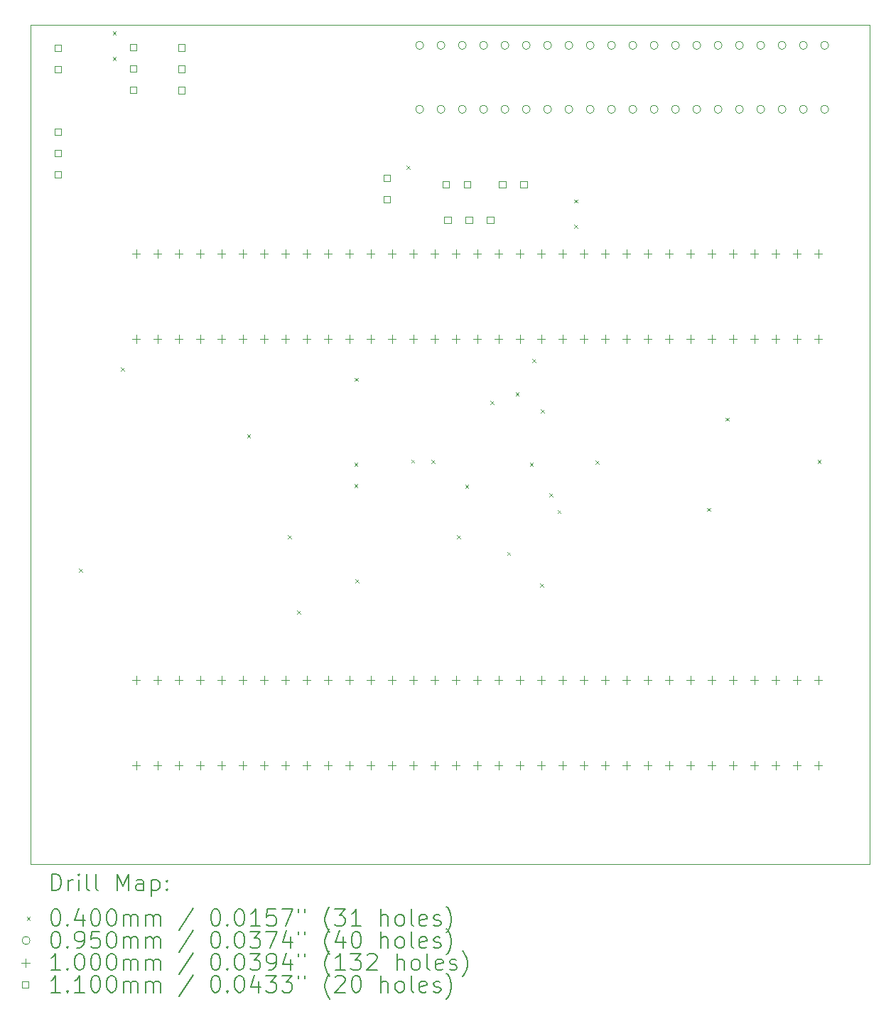
<source format=gbr>
%FSLAX45Y45*%
G04 Gerber Fmt 4.5, Leading zero omitted, Abs format (unit mm)*
G04 Created by KiCad (PCBNEW (6.0.2)) date 2022-04-17 21:24:12*
%MOMM*%
%LPD*%
G01*
G04 APERTURE LIST*
%TA.AperFunction,Profile*%
%ADD10C,0.100000*%
%TD*%
%ADD11C,0.200000*%
%ADD12C,0.040000*%
%ADD13C,0.095000*%
%ADD14C,0.100000*%
%ADD15C,0.110000*%
G04 APERTURE END LIST*
D10*
X18000000Y-5000000D02*
X18000000Y-15000000D01*
X8000000Y-5000000D02*
X18000000Y-5000000D01*
X8000000Y-15000000D02*
X8000000Y-5000000D01*
X18000000Y-15000000D02*
X8000000Y-15000000D01*
D11*
D12*
X8580000Y-11480000D02*
X8620000Y-11520000D01*
X8620000Y-11480000D02*
X8580000Y-11520000D01*
X8980000Y-5080000D02*
X9020000Y-5120000D01*
X9020000Y-5080000D02*
X8980000Y-5120000D01*
X8980000Y-5380000D02*
X9020000Y-5420000D01*
X9020000Y-5380000D02*
X8980000Y-5420000D01*
X9080000Y-9080000D02*
X9120000Y-9120000D01*
X9120000Y-9080000D02*
X9080000Y-9120000D01*
X10580000Y-9880000D02*
X10620000Y-9920000D01*
X10620000Y-9880000D02*
X10580000Y-9920000D01*
X11066000Y-11080000D02*
X11106000Y-11120000D01*
X11106000Y-11080000D02*
X11066000Y-11120000D01*
X11180000Y-11980000D02*
X11220000Y-12020000D01*
X11220000Y-11980000D02*
X11180000Y-12020000D01*
X11858800Y-10216500D02*
X11898800Y-10256500D01*
X11898800Y-10216500D02*
X11858800Y-10256500D01*
X11858800Y-10470500D02*
X11898800Y-10510500D01*
X11898800Y-10470500D02*
X11858800Y-10510500D01*
X11866000Y-9205000D02*
X11906000Y-9245000D01*
X11906000Y-9205000D02*
X11866000Y-9245000D01*
X11869000Y-11605000D02*
X11909000Y-11645000D01*
X11909000Y-11605000D02*
X11869000Y-11645000D01*
X12480000Y-6680000D02*
X12520000Y-6720000D01*
X12520000Y-6680000D02*
X12480000Y-6720000D01*
X12537336Y-10178732D02*
X12577336Y-10218732D01*
X12577336Y-10178732D02*
X12537336Y-10218732D01*
X12780000Y-10180000D02*
X12820000Y-10220000D01*
X12820000Y-10180000D02*
X12780000Y-10220000D01*
X13080000Y-11080000D02*
X13120000Y-11120000D01*
X13120000Y-11080000D02*
X13080000Y-11120000D01*
X13180000Y-10480000D02*
X13220000Y-10520000D01*
X13220000Y-10480000D02*
X13180000Y-10520000D01*
X13480000Y-9480000D02*
X13520000Y-9520000D01*
X13520000Y-9480000D02*
X13480000Y-9520000D01*
X13680000Y-11280000D02*
X13720000Y-11320000D01*
X13720000Y-11280000D02*
X13680000Y-11320000D01*
X13780000Y-9380000D02*
X13820000Y-9420000D01*
X13820000Y-9380000D02*
X13780000Y-9420000D01*
X13951200Y-10214500D02*
X13991200Y-10254500D01*
X13991200Y-10214500D02*
X13951200Y-10254500D01*
X13980000Y-8980000D02*
X14020000Y-9020000D01*
X14020000Y-8980000D02*
X13980000Y-9020000D01*
X14075000Y-11655000D02*
X14115000Y-11695000D01*
X14115000Y-11655000D02*
X14075000Y-11695000D01*
X14080000Y-9580000D02*
X14120000Y-9620000D01*
X14120000Y-9580000D02*
X14080000Y-9620000D01*
X14180000Y-10580000D02*
X14220000Y-10620000D01*
X14220000Y-10580000D02*
X14180000Y-10620000D01*
X14280000Y-10780000D02*
X14320000Y-10820000D01*
X14320000Y-10780000D02*
X14280000Y-10820000D01*
X14480000Y-7080000D02*
X14520000Y-7120000D01*
X14520000Y-7080000D02*
X14480000Y-7120000D01*
X14480000Y-7380000D02*
X14520000Y-7420000D01*
X14520000Y-7380000D02*
X14480000Y-7420000D01*
X14733800Y-10189500D02*
X14773800Y-10229500D01*
X14773800Y-10189500D02*
X14733800Y-10229500D01*
X16060000Y-10755000D02*
X16100000Y-10795000D01*
X16100000Y-10755000D02*
X16060000Y-10795000D01*
X16280000Y-9680000D02*
X16320000Y-9720000D01*
X16320000Y-9680000D02*
X16280000Y-9720000D01*
X17380000Y-10180000D02*
X17420000Y-10220000D01*
X17420000Y-10180000D02*
X17380000Y-10220000D01*
D13*
X12684500Y-5244000D02*
G75*
G03*
X12684500Y-5244000I-47500J0D01*
G01*
X12684500Y-6006000D02*
G75*
G03*
X12684500Y-6006000I-47500J0D01*
G01*
X12938500Y-5244000D02*
G75*
G03*
X12938500Y-5244000I-47500J0D01*
G01*
X12938500Y-6006000D02*
G75*
G03*
X12938500Y-6006000I-47500J0D01*
G01*
X13192500Y-5244000D02*
G75*
G03*
X13192500Y-5244000I-47500J0D01*
G01*
X13192500Y-6006000D02*
G75*
G03*
X13192500Y-6006000I-47500J0D01*
G01*
X13446500Y-5244000D02*
G75*
G03*
X13446500Y-5244000I-47500J0D01*
G01*
X13446500Y-6006000D02*
G75*
G03*
X13446500Y-6006000I-47500J0D01*
G01*
X13700500Y-5244000D02*
G75*
G03*
X13700500Y-5244000I-47500J0D01*
G01*
X13700500Y-6006000D02*
G75*
G03*
X13700500Y-6006000I-47500J0D01*
G01*
X13954500Y-5244000D02*
G75*
G03*
X13954500Y-5244000I-47500J0D01*
G01*
X13954500Y-6006000D02*
G75*
G03*
X13954500Y-6006000I-47500J0D01*
G01*
X14208500Y-5244000D02*
G75*
G03*
X14208500Y-5244000I-47500J0D01*
G01*
X14208500Y-6006000D02*
G75*
G03*
X14208500Y-6006000I-47500J0D01*
G01*
X14462500Y-5244000D02*
G75*
G03*
X14462500Y-5244000I-47500J0D01*
G01*
X14462500Y-6006000D02*
G75*
G03*
X14462500Y-6006000I-47500J0D01*
G01*
X14716500Y-5244000D02*
G75*
G03*
X14716500Y-5244000I-47500J0D01*
G01*
X14716500Y-6006000D02*
G75*
G03*
X14716500Y-6006000I-47500J0D01*
G01*
X14970500Y-5244000D02*
G75*
G03*
X14970500Y-5244000I-47500J0D01*
G01*
X14970500Y-6006000D02*
G75*
G03*
X14970500Y-6006000I-47500J0D01*
G01*
X15224500Y-5244000D02*
G75*
G03*
X15224500Y-5244000I-47500J0D01*
G01*
X15224500Y-6006000D02*
G75*
G03*
X15224500Y-6006000I-47500J0D01*
G01*
X15478500Y-5244000D02*
G75*
G03*
X15478500Y-5244000I-47500J0D01*
G01*
X15478500Y-6006000D02*
G75*
G03*
X15478500Y-6006000I-47500J0D01*
G01*
X15732500Y-5244000D02*
G75*
G03*
X15732500Y-5244000I-47500J0D01*
G01*
X15732500Y-6006000D02*
G75*
G03*
X15732500Y-6006000I-47500J0D01*
G01*
X15986500Y-5244000D02*
G75*
G03*
X15986500Y-5244000I-47500J0D01*
G01*
X15986500Y-6006000D02*
G75*
G03*
X15986500Y-6006000I-47500J0D01*
G01*
X16240500Y-5244000D02*
G75*
G03*
X16240500Y-5244000I-47500J0D01*
G01*
X16240500Y-6006000D02*
G75*
G03*
X16240500Y-6006000I-47500J0D01*
G01*
X16494500Y-5244000D02*
G75*
G03*
X16494500Y-5244000I-47500J0D01*
G01*
X16494500Y-6006000D02*
G75*
G03*
X16494500Y-6006000I-47500J0D01*
G01*
X16748500Y-5244000D02*
G75*
G03*
X16748500Y-5244000I-47500J0D01*
G01*
X16748500Y-6006000D02*
G75*
G03*
X16748500Y-6006000I-47500J0D01*
G01*
X17002500Y-5244000D02*
G75*
G03*
X17002500Y-5244000I-47500J0D01*
G01*
X17002500Y-6006000D02*
G75*
G03*
X17002500Y-6006000I-47500J0D01*
G01*
X17256500Y-5244000D02*
G75*
G03*
X17256500Y-5244000I-47500J0D01*
G01*
X17256500Y-6006000D02*
G75*
G03*
X17256500Y-6006000I-47500J0D01*
G01*
X17510500Y-5244000D02*
G75*
G03*
X17510500Y-5244000I-47500J0D01*
G01*
X17510500Y-6006000D02*
G75*
G03*
X17510500Y-6006000I-47500J0D01*
G01*
D14*
X9259000Y-7678000D02*
X9259000Y-7778000D01*
X9209000Y-7728000D02*
X9309000Y-7728000D01*
X9259000Y-8694000D02*
X9259000Y-8794000D01*
X9209000Y-8744000D02*
X9309000Y-8744000D01*
X9259000Y-12758000D02*
X9259000Y-12858000D01*
X9209000Y-12808000D02*
X9309000Y-12808000D01*
X9259000Y-13774000D02*
X9259000Y-13874000D01*
X9209000Y-13824000D02*
X9309000Y-13824000D01*
X9513000Y-7678000D02*
X9513000Y-7778000D01*
X9463000Y-7728000D02*
X9563000Y-7728000D01*
X9513000Y-8694000D02*
X9513000Y-8794000D01*
X9463000Y-8744000D02*
X9563000Y-8744000D01*
X9513000Y-12758000D02*
X9513000Y-12858000D01*
X9463000Y-12808000D02*
X9563000Y-12808000D01*
X9513000Y-13774000D02*
X9513000Y-13874000D01*
X9463000Y-13824000D02*
X9563000Y-13824000D01*
X9767000Y-7678000D02*
X9767000Y-7778000D01*
X9717000Y-7728000D02*
X9817000Y-7728000D01*
X9767000Y-8694000D02*
X9767000Y-8794000D01*
X9717000Y-8744000D02*
X9817000Y-8744000D01*
X9767000Y-12758000D02*
X9767000Y-12858000D01*
X9717000Y-12808000D02*
X9817000Y-12808000D01*
X9767000Y-13774000D02*
X9767000Y-13874000D01*
X9717000Y-13824000D02*
X9817000Y-13824000D01*
X10021000Y-7678000D02*
X10021000Y-7778000D01*
X9971000Y-7728000D02*
X10071000Y-7728000D01*
X10021000Y-8694000D02*
X10021000Y-8794000D01*
X9971000Y-8744000D02*
X10071000Y-8744000D01*
X10021000Y-12758000D02*
X10021000Y-12858000D01*
X9971000Y-12808000D02*
X10071000Y-12808000D01*
X10021000Y-13774000D02*
X10021000Y-13874000D01*
X9971000Y-13824000D02*
X10071000Y-13824000D01*
X10275000Y-7678000D02*
X10275000Y-7778000D01*
X10225000Y-7728000D02*
X10325000Y-7728000D01*
X10275000Y-8694000D02*
X10275000Y-8794000D01*
X10225000Y-8744000D02*
X10325000Y-8744000D01*
X10275000Y-12758000D02*
X10275000Y-12858000D01*
X10225000Y-12808000D02*
X10325000Y-12808000D01*
X10275000Y-13774000D02*
X10275000Y-13874000D01*
X10225000Y-13824000D02*
X10325000Y-13824000D01*
X10529000Y-7678000D02*
X10529000Y-7778000D01*
X10479000Y-7728000D02*
X10579000Y-7728000D01*
X10529000Y-8694000D02*
X10529000Y-8794000D01*
X10479000Y-8744000D02*
X10579000Y-8744000D01*
X10529000Y-12758000D02*
X10529000Y-12858000D01*
X10479000Y-12808000D02*
X10579000Y-12808000D01*
X10529000Y-13774000D02*
X10529000Y-13874000D01*
X10479000Y-13824000D02*
X10579000Y-13824000D01*
X10783000Y-7678000D02*
X10783000Y-7778000D01*
X10733000Y-7728000D02*
X10833000Y-7728000D01*
X10783000Y-8694000D02*
X10783000Y-8794000D01*
X10733000Y-8744000D02*
X10833000Y-8744000D01*
X10783000Y-12758000D02*
X10783000Y-12858000D01*
X10733000Y-12808000D02*
X10833000Y-12808000D01*
X10783000Y-13774000D02*
X10783000Y-13874000D01*
X10733000Y-13824000D02*
X10833000Y-13824000D01*
X11037000Y-7678000D02*
X11037000Y-7778000D01*
X10987000Y-7728000D02*
X11087000Y-7728000D01*
X11037000Y-8694000D02*
X11037000Y-8794000D01*
X10987000Y-8744000D02*
X11087000Y-8744000D01*
X11037000Y-12758000D02*
X11037000Y-12858000D01*
X10987000Y-12808000D02*
X11087000Y-12808000D01*
X11037000Y-13774000D02*
X11037000Y-13874000D01*
X10987000Y-13824000D02*
X11087000Y-13824000D01*
X11291000Y-7678000D02*
X11291000Y-7778000D01*
X11241000Y-7728000D02*
X11341000Y-7728000D01*
X11291000Y-8694000D02*
X11291000Y-8794000D01*
X11241000Y-8744000D02*
X11341000Y-8744000D01*
X11291000Y-12758000D02*
X11291000Y-12858000D01*
X11241000Y-12808000D02*
X11341000Y-12808000D01*
X11291000Y-13774000D02*
X11291000Y-13874000D01*
X11241000Y-13824000D02*
X11341000Y-13824000D01*
X11545000Y-7678000D02*
X11545000Y-7778000D01*
X11495000Y-7728000D02*
X11595000Y-7728000D01*
X11545000Y-8694000D02*
X11545000Y-8794000D01*
X11495000Y-8744000D02*
X11595000Y-8744000D01*
X11545000Y-12758000D02*
X11545000Y-12858000D01*
X11495000Y-12808000D02*
X11595000Y-12808000D01*
X11545000Y-13774000D02*
X11545000Y-13874000D01*
X11495000Y-13824000D02*
X11595000Y-13824000D01*
X11799000Y-7678000D02*
X11799000Y-7778000D01*
X11749000Y-7728000D02*
X11849000Y-7728000D01*
X11799000Y-8694000D02*
X11799000Y-8794000D01*
X11749000Y-8744000D02*
X11849000Y-8744000D01*
X11799000Y-12758000D02*
X11799000Y-12858000D01*
X11749000Y-12808000D02*
X11849000Y-12808000D01*
X11799000Y-13774000D02*
X11799000Y-13874000D01*
X11749000Y-13824000D02*
X11849000Y-13824000D01*
X12053000Y-7678000D02*
X12053000Y-7778000D01*
X12003000Y-7728000D02*
X12103000Y-7728000D01*
X12053000Y-8694000D02*
X12053000Y-8794000D01*
X12003000Y-8744000D02*
X12103000Y-8744000D01*
X12053000Y-12758000D02*
X12053000Y-12858000D01*
X12003000Y-12808000D02*
X12103000Y-12808000D01*
X12053000Y-13774000D02*
X12053000Y-13874000D01*
X12003000Y-13824000D02*
X12103000Y-13824000D01*
X12307000Y-7678000D02*
X12307000Y-7778000D01*
X12257000Y-7728000D02*
X12357000Y-7728000D01*
X12307000Y-8694000D02*
X12307000Y-8794000D01*
X12257000Y-8744000D02*
X12357000Y-8744000D01*
X12307000Y-12758000D02*
X12307000Y-12858000D01*
X12257000Y-12808000D02*
X12357000Y-12808000D01*
X12307000Y-13774000D02*
X12307000Y-13874000D01*
X12257000Y-13824000D02*
X12357000Y-13824000D01*
X12561000Y-7678000D02*
X12561000Y-7778000D01*
X12511000Y-7728000D02*
X12611000Y-7728000D01*
X12561000Y-8694000D02*
X12561000Y-8794000D01*
X12511000Y-8744000D02*
X12611000Y-8744000D01*
X12561000Y-12758000D02*
X12561000Y-12858000D01*
X12511000Y-12808000D02*
X12611000Y-12808000D01*
X12561000Y-13774000D02*
X12561000Y-13874000D01*
X12511000Y-13824000D02*
X12611000Y-13824000D01*
X12815000Y-7678000D02*
X12815000Y-7778000D01*
X12765000Y-7728000D02*
X12865000Y-7728000D01*
X12815000Y-8694000D02*
X12815000Y-8794000D01*
X12765000Y-8744000D02*
X12865000Y-8744000D01*
X12815000Y-12758000D02*
X12815000Y-12858000D01*
X12765000Y-12808000D02*
X12865000Y-12808000D01*
X12815000Y-13774000D02*
X12815000Y-13874000D01*
X12765000Y-13824000D02*
X12865000Y-13824000D01*
X13069000Y-7678000D02*
X13069000Y-7778000D01*
X13019000Y-7728000D02*
X13119000Y-7728000D01*
X13069000Y-8694000D02*
X13069000Y-8794000D01*
X13019000Y-8744000D02*
X13119000Y-8744000D01*
X13069000Y-12758000D02*
X13069000Y-12858000D01*
X13019000Y-12808000D02*
X13119000Y-12808000D01*
X13069000Y-13774000D02*
X13069000Y-13874000D01*
X13019000Y-13824000D02*
X13119000Y-13824000D01*
X13323000Y-7678000D02*
X13323000Y-7778000D01*
X13273000Y-7728000D02*
X13373000Y-7728000D01*
X13323000Y-8694000D02*
X13323000Y-8794000D01*
X13273000Y-8744000D02*
X13373000Y-8744000D01*
X13323000Y-12758000D02*
X13323000Y-12858000D01*
X13273000Y-12808000D02*
X13373000Y-12808000D01*
X13323000Y-13774000D02*
X13323000Y-13874000D01*
X13273000Y-13824000D02*
X13373000Y-13824000D01*
X13577000Y-7678000D02*
X13577000Y-7778000D01*
X13527000Y-7728000D02*
X13627000Y-7728000D01*
X13577000Y-8694000D02*
X13577000Y-8794000D01*
X13527000Y-8744000D02*
X13627000Y-8744000D01*
X13577000Y-12758000D02*
X13577000Y-12858000D01*
X13527000Y-12808000D02*
X13627000Y-12808000D01*
X13577000Y-13774000D02*
X13577000Y-13874000D01*
X13527000Y-13824000D02*
X13627000Y-13824000D01*
X13831000Y-7678000D02*
X13831000Y-7778000D01*
X13781000Y-7728000D02*
X13881000Y-7728000D01*
X13831000Y-8694000D02*
X13831000Y-8794000D01*
X13781000Y-8744000D02*
X13881000Y-8744000D01*
X13831000Y-12758000D02*
X13831000Y-12858000D01*
X13781000Y-12808000D02*
X13881000Y-12808000D01*
X13831000Y-13774000D02*
X13831000Y-13874000D01*
X13781000Y-13824000D02*
X13881000Y-13824000D01*
X14085000Y-7678000D02*
X14085000Y-7778000D01*
X14035000Y-7728000D02*
X14135000Y-7728000D01*
X14085000Y-8694000D02*
X14085000Y-8794000D01*
X14035000Y-8744000D02*
X14135000Y-8744000D01*
X14085000Y-12758000D02*
X14085000Y-12858000D01*
X14035000Y-12808000D02*
X14135000Y-12808000D01*
X14085000Y-13774000D02*
X14085000Y-13874000D01*
X14035000Y-13824000D02*
X14135000Y-13824000D01*
X14339000Y-7678000D02*
X14339000Y-7778000D01*
X14289000Y-7728000D02*
X14389000Y-7728000D01*
X14339000Y-8694000D02*
X14339000Y-8794000D01*
X14289000Y-8744000D02*
X14389000Y-8744000D01*
X14339000Y-12758000D02*
X14339000Y-12858000D01*
X14289000Y-12808000D02*
X14389000Y-12808000D01*
X14339000Y-13774000D02*
X14339000Y-13874000D01*
X14289000Y-13824000D02*
X14389000Y-13824000D01*
X14593000Y-7678000D02*
X14593000Y-7778000D01*
X14543000Y-7728000D02*
X14643000Y-7728000D01*
X14593000Y-8694000D02*
X14593000Y-8794000D01*
X14543000Y-8744000D02*
X14643000Y-8744000D01*
X14593000Y-12758000D02*
X14593000Y-12858000D01*
X14543000Y-12808000D02*
X14643000Y-12808000D01*
X14593000Y-13774000D02*
X14593000Y-13874000D01*
X14543000Y-13824000D02*
X14643000Y-13824000D01*
X14847000Y-7678000D02*
X14847000Y-7778000D01*
X14797000Y-7728000D02*
X14897000Y-7728000D01*
X14847000Y-8694000D02*
X14847000Y-8794000D01*
X14797000Y-8744000D02*
X14897000Y-8744000D01*
X14847000Y-12758000D02*
X14847000Y-12858000D01*
X14797000Y-12808000D02*
X14897000Y-12808000D01*
X14847000Y-13774000D02*
X14847000Y-13874000D01*
X14797000Y-13824000D02*
X14897000Y-13824000D01*
X15101000Y-7678000D02*
X15101000Y-7778000D01*
X15051000Y-7728000D02*
X15151000Y-7728000D01*
X15101000Y-8694000D02*
X15101000Y-8794000D01*
X15051000Y-8744000D02*
X15151000Y-8744000D01*
X15101000Y-12758000D02*
X15101000Y-12858000D01*
X15051000Y-12808000D02*
X15151000Y-12808000D01*
X15101000Y-13774000D02*
X15101000Y-13874000D01*
X15051000Y-13824000D02*
X15151000Y-13824000D01*
X15355000Y-7678000D02*
X15355000Y-7778000D01*
X15305000Y-7728000D02*
X15405000Y-7728000D01*
X15355000Y-8694000D02*
X15355000Y-8794000D01*
X15305000Y-8744000D02*
X15405000Y-8744000D01*
X15355000Y-12758000D02*
X15355000Y-12858000D01*
X15305000Y-12808000D02*
X15405000Y-12808000D01*
X15355000Y-13774000D02*
X15355000Y-13874000D01*
X15305000Y-13824000D02*
X15405000Y-13824000D01*
X15609000Y-7678000D02*
X15609000Y-7778000D01*
X15559000Y-7728000D02*
X15659000Y-7728000D01*
X15609000Y-8694000D02*
X15609000Y-8794000D01*
X15559000Y-8744000D02*
X15659000Y-8744000D01*
X15609000Y-12758000D02*
X15609000Y-12858000D01*
X15559000Y-12808000D02*
X15659000Y-12808000D01*
X15609000Y-13774000D02*
X15609000Y-13874000D01*
X15559000Y-13824000D02*
X15659000Y-13824000D01*
X15863000Y-7678000D02*
X15863000Y-7778000D01*
X15813000Y-7728000D02*
X15913000Y-7728000D01*
X15863000Y-8694000D02*
X15863000Y-8794000D01*
X15813000Y-8744000D02*
X15913000Y-8744000D01*
X15863000Y-12758000D02*
X15863000Y-12858000D01*
X15813000Y-12808000D02*
X15913000Y-12808000D01*
X15863000Y-13774000D02*
X15863000Y-13874000D01*
X15813000Y-13824000D02*
X15913000Y-13824000D01*
X16117000Y-7678000D02*
X16117000Y-7778000D01*
X16067000Y-7728000D02*
X16167000Y-7728000D01*
X16117000Y-8694000D02*
X16117000Y-8794000D01*
X16067000Y-8744000D02*
X16167000Y-8744000D01*
X16117000Y-12758000D02*
X16117000Y-12858000D01*
X16067000Y-12808000D02*
X16167000Y-12808000D01*
X16117000Y-13774000D02*
X16117000Y-13874000D01*
X16067000Y-13824000D02*
X16167000Y-13824000D01*
X16371000Y-7678000D02*
X16371000Y-7778000D01*
X16321000Y-7728000D02*
X16421000Y-7728000D01*
X16371000Y-8694000D02*
X16371000Y-8794000D01*
X16321000Y-8744000D02*
X16421000Y-8744000D01*
X16371000Y-12758000D02*
X16371000Y-12858000D01*
X16321000Y-12808000D02*
X16421000Y-12808000D01*
X16371000Y-13774000D02*
X16371000Y-13874000D01*
X16321000Y-13824000D02*
X16421000Y-13824000D01*
X16625000Y-7678000D02*
X16625000Y-7778000D01*
X16575000Y-7728000D02*
X16675000Y-7728000D01*
X16625000Y-8694000D02*
X16625000Y-8794000D01*
X16575000Y-8744000D02*
X16675000Y-8744000D01*
X16625000Y-12758000D02*
X16625000Y-12858000D01*
X16575000Y-12808000D02*
X16675000Y-12808000D01*
X16625000Y-13774000D02*
X16625000Y-13874000D01*
X16575000Y-13824000D02*
X16675000Y-13824000D01*
X16879000Y-7678000D02*
X16879000Y-7778000D01*
X16829000Y-7728000D02*
X16929000Y-7728000D01*
X16879000Y-8694000D02*
X16879000Y-8794000D01*
X16829000Y-8744000D02*
X16929000Y-8744000D01*
X16879000Y-12758000D02*
X16879000Y-12858000D01*
X16829000Y-12808000D02*
X16929000Y-12808000D01*
X16879000Y-13774000D02*
X16879000Y-13874000D01*
X16829000Y-13824000D02*
X16929000Y-13824000D01*
X17133000Y-7678000D02*
X17133000Y-7778000D01*
X17083000Y-7728000D02*
X17183000Y-7728000D01*
X17133000Y-8694000D02*
X17133000Y-8794000D01*
X17083000Y-8744000D02*
X17183000Y-8744000D01*
X17133000Y-12758000D02*
X17133000Y-12858000D01*
X17083000Y-12808000D02*
X17183000Y-12808000D01*
X17133000Y-13774000D02*
X17133000Y-13874000D01*
X17083000Y-13824000D02*
X17183000Y-13824000D01*
X17387000Y-7678000D02*
X17387000Y-7778000D01*
X17337000Y-7728000D02*
X17437000Y-7728000D01*
X17387000Y-8694000D02*
X17387000Y-8794000D01*
X17337000Y-8744000D02*
X17437000Y-8744000D01*
X17387000Y-12758000D02*
X17387000Y-12858000D01*
X17337000Y-12808000D02*
X17437000Y-12808000D01*
X17387000Y-13774000D02*
X17387000Y-13874000D01*
X17337000Y-13824000D02*
X17437000Y-13824000D01*
D15*
X8363891Y-5313891D02*
X8363891Y-5236109D01*
X8286109Y-5236109D01*
X8286109Y-5313891D01*
X8363891Y-5313891D01*
X8363891Y-5567891D02*
X8363891Y-5490109D01*
X8286109Y-5490109D01*
X8286109Y-5567891D01*
X8363891Y-5567891D01*
X8363891Y-6309891D02*
X8363891Y-6232109D01*
X8286109Y-6232109D01*
X8286109Y-6309891D01*
X8363891Y-6309891D01*
X8363891Y-6563891D02*
X8363891Y-6486109D01*
X8286109Y-6486109D01*
X8286109Y-6563891D01*
X8363891Y-6563891D01*
X8363891Y-6817891D02*
X8363891Y-6740109D01*
X8286109Y-6740109D01*
X8286109Y-6817891D01*
X8363891Y-6817891D01*
X9263891Y-5305891D02*
X9263891Y-5228109D01*
X9186109Y-5228109D01*
X9186109Y-5305891D01*
X9263891Y-5305891D01*
X9263891Y-5559891D02*
X9263891Y-5482109D01*
X9186109Y-5482109D01*
X9186109Y-5559891D01*
X9263891Y-5559891D01*
X9263891Y-5813891D02*
X9263891Y-5736109D01*
X9186109Y-5736109D01*
X9186109Y-5813891D01*
X9263891Y-5813891D01*
X9838891Y-5309891D02*
X9838891Y-5232109D01*
X9761109Y-5232109D01*
X9761109Y-5309891D01*
X9838891Y-5309891D01*
X9838891Y-5563891D02*
X9838891Y-5486109D01*
X9761109Y-5486109D01*
X9761109Y-5563891D01*
X9838891Y-5563891D01*
X9838891Y-5817891D02*
X9838891Y-5740109D01*
X9761109Y-5740109D01*
X9761109Y-5817891D01*
X9838891Y-5817891D01*
X12288891Y-6861891D02*
X12288891Y-6784109D01*
X12211109Y-6784109D01*
X12211109Y-6861891D01*
X12288891Y-6861891D01*
X12288891Y-7115891D02*
X12288891Y-7038109D01*
X12211109Y-7038109D01*
X12211109Y-7115891D01*
X12288891Y-7115891D01*
X12986891Y-6938891D02*
X12986891Y-6861109D01*
X12909109Y-6861109D01*
X12909109Y-6938891D01*
X12986891Y-6938891D01*
X13009891Y-7363891D02*
X13009891Y-7286109D01*
X12932109Y-7286109D01*
X12932109Y-7363891D01*
X13009891Y-7363891D01*
X13240891Y-6938891D02*
X13240891Y-6861109D01*
X13163109Y-6861109D01*
X13163109Y-6938891D01*
X13240891Y-6938891D01*
X13263891Y-7363891D02*
X13263891Y-7286109D01*
X13186109Y-7286109D01*
X13186109Y-7363891D01*
X13263891Y-7363891D01*
X13517891Y-7363891D02*
X13517891Y-7286109D01*
X13440109Y-7286109D01*
X13440109Y-7363891D01*
X13517891Y-7363891D01*
X13661891Y-6938891D02*
X13661891Y-6861109D01*
X13584109Y-6861109D01*
X13584109Y-6938891D01*
X13661891Y-6938891D01*
X13915891Y-6938891D02*
X13915891Y-6861109D01*
X13838109Y-6861109D01*
X13838109Y-6938891D01*
X13915891Y-6938891D01*
D11*
X8252619Y-15315476D02*
X8252619Y-15115476D01*
X8300238Y-15115476D01*
X8328809Y-15125000D01*
X8347857Y-15144048D01*
X8357381Y-15163095D01*
X8366905Y-15201190D01*
X8366905Y-15229762D01*
X8357381Y-15267857D01*
X8347857Y-15286905D01*
X8328809Y-15305952D01*
X8300238Y-15315476D01*
X8252619Y-15315476D01*
X8452619Y-15315476D02*
X8452619Y-15182143D01*
X8452619Y-15220238D02*
X8462143Y-15201190D01*
X8471667Y-15191667D01*
X8490714Y-15182143D01*
X8509762Y-15182143D01*
X8576429Y-15315476D02*
X8576429Y-15182143D01*
X8576429Y-15115476D02*
X8566905Y-15125000D01*
X8576429Y-15134524D01*
X8585952Y-15125000D01*
X8576429Y-15115476D01*
X8576429Y-15134524D01*
X8700238Y-15315476D02*
X8681190Y-15305952D01*
X8671667Y-15286905D01*
X8671667Y-15115476D01*
X8805000Y-15315476D02*
X8785952Y-15305952D01*
X8776429Y-15286905D01*
X8776429Y-15115476D01*
X9033571Y-15315476D02*
X9033571Y-15115476D01*
X9100238Y-15258333D01*
X9166905Y-15115476D01*
X9166905Y-15315476D01*
X9347857Y-15315476D02*
X9347857Y-15210714D01*
X9338333Y-15191667D01*
X9319286Y-15182143D01*
X9281190Y-15182143D01*
X9262143Y-15191667D01*
X9347857Y-15305952D02*
X9328810Y-15315476D01*
X9281190Y-15315476D01*
X9262143Y-15305952D01*
X9252619Y-15286905D01*
X9252619Y-15267857D01*
X9262143Y-15248809D01*
X9281190Y-15239286D01*
X9328810Y-15239286D01*
X9347857Y-15229762D01*
X9443095Y-15182143D02*
X9443095Y-15382143D01*
X9443095Y-15191667D02*
X9462143Y-15182143D01*
X9500238Y-15182143D01*
X9519286Y-15191667D01*
X9528810Y-15201190D01*
X9538333Y-15220238D01*
X9538333Y-15277381D01*
X9528810Y-15296428D01*
X9519286Y-15305952D01*
X9500238Y-15315476D01*
X9462143Y-15315476D01*
X9443095Y-15305952D01*
X9624048Y-15296428D02*
X9633571Y-15305952D01*
X9624048Y-15315476D01*
X9614524Y-15305952D01*
X9624048Y-15296428D01*
X9624048Y-15315476D01*
X9624048Y-15191667D02*
X9633571Y-15201190D01*
X9624048Y-15210714D01*
X9614524Y-15201190D01*
X9624048Y-15191667D01*
X9624048Y-15210714D01*
D12*
X7955000Y-15625000D02*
X7995000Y-15665000D01*
X7995000Y-15625000D02*
X7955000Y-15665000D01*
D11*
X8290714Y-15535476D02*
X8309762Y-15535476D01*
X8328809Y-15545000D01*
X8338333Y-15554524D01*
X8347857Y-15573571D01*
X8357381Y-15611667D01*
X8357381Y-15659286D01*
X8347857Y-15697381D01*
X8338333Y-15716428D01*
X8328809Y-15725952D01*
X8309762Y-15735476D01*
X8290714Y-15735476D01*
X8271667Y-15725952D01*
X8262143Y-15716428D01*
X8252619Y-15697381D01*
X8243095Y-15659286D01*
X8243095Y-15611667D01*
X8252619Y-15573571D01*
X8262143Y-15554524D01*
X8271667Y-15545000D01*
X8290714Y-15535476D01*
X8443095Y-15716428D02*
X8452619Y-15725952D01*
X8443095Y-15735476D01*
X8433571Y-15725952D01*
X8443095Y-15716428D01*
X8443095Y-15735476D01*
X8624048Y-15602143D02*
X8624048Y-15735476D01*
X8576429Y-15525952D02*
X8528810Y-15668809D01*
X8652619Y-15668809D01*
X8766905Y-15535476D02*
X8785952Y-15535476D01*
X8805000Y-15545000D01*
X8814524Y-15554524D01*
X8824048Y-15573571D01*
X8833571Y-15611667D01*
X8833571Y-15659286D01*
X8824048Y-15697381D01*
X8814524Y-15716428D01*
X8805000Y-15725952D01*
X8785952Y-15735476D01*
X8766905Y-15735476D01*
X8747857Y-15725952D01*
X8738333Y-15716428D01*
X8728810Y-15697381D01*
X8719286Y-15659286D01*
X8719286Y-15611667D01*
X8728810Y-15573571D01*
X8738333Y-15554524D01*
X8747857Y-15545000D01*
X8766905Y-15535476D01*
X8957381Y-15535476D02*
X8976429Y-15535476D01*
X8995476Y-15545000D01*
X9005000Y-15554524D01*
X9014524Y-15573571D01*
X9024048Y-15611667D01*
X9024048Y-15659286D01*
X9014524Y-15697381D01*
X9005000Y-15716428D01*
X8995476Y-15725952D01*
X8976429Y-15735476D01*
X8957381Y-15735476D01*
X8938333Y-15725952D01*
X8928810Y-15716428D01*
X8919286Y-15697381D01*
X8909762Y-15659286D01*
X8909762Y-15611667D01*
X8919286Y-15573571D01*
X8928810Y-15554524D01*
X8938333Y-15545000D01*
X8957381Y-15535476D01*
X9109762Y-15735476D02*
X9109762Y-15602143D01*
X9109762Y-15621190D02*
X9119286Y-15611667D01*
X9138333Y-15602143D01*
X9166905Y-15602143D01*
X9185952Y-15611667D01*
X9195476Y-15630714D01*
X9195476Y-15735476D01*
X9195476Y-15630714D02*
X9205000Y-15611667D01*
X9224048Y-15602143D01*
X9252619Y-15602143D01*
X9271667Y-15611667D01*
X9281190Y-15630714D01*
X9281190Y-15735476D01*
X9376429Y-15735476D02*
X9376429Y-15602143D01*
X9376429Y-15621190D02*
X9385952Y-15611667D01*
X9405000Y-15602143D01*
X9433571Y-15602143D01*
X9452619Y-15611667D01*
X9462143Y-15630714D01*
X9462143Y-15735476D01*
X9462143Y-15630714D02*
X9471667Y-15611667D01*
X9490714Y-15602143D01*
X9519286Y-15602143D01*
X9538333Y-15611667D01*
X9547857Y-15630714D01*
X9547857Y-15735476D01*
X9938333Y-15525952D02*
X9766905Y-15783095D01*
X10195476Y-15535476D02*
X10214524Y-15535476D01*
X10233571Y-15545000D01*
X10243095Y-15554524D01*
X10252619Y-15573571D01*
X10262143Y-15611667D01*
X10262143Y-15659286D01*
X10252619Y-15697381D01*
X10243095Y-15716428D01*
X10233571Y-15725952D01*
X10214524Y-15735476D01*
X10195476Y-15735476D01*
X10176429Y-15725952D01*
X10166905Y-15716428D01*
X10157381Y-15697381D01*
X10147857Y-15659286D01*
X10147857Y-15611667D01*
X10157381Y-15573571D01*
X10166905Y-15554524D01*
X10176429Y-15545000D01*
X10195476Y-15535476D01*
X10347857Y-15716428D02*
X10357381Y-15725952D01*
X10347857Y-15735476D01*
X10338333Y-15725952D01*
X10347857Y-15716428D01*
X10347857Y-15735476D01*
X10481190Y-15535476D02*
X10500238Y-15535476D01*
X10519286Y-15545000D01*
X10528810Y-15554524D01*
X10538333Y-15573571D01*
X10547857Y-15611667D01*
X10547857Y-15659286D01*
X10538333Y-15697381D01*
X10528810Y-15716428D01*
X10519286Y-15725952D01*
X10500238Y-15735476D01*
X10481190Y-15735476D01*
X10462143Y-15725952D01*
X10452619Y-15716428D01*
X10443095Y-15697381D01*
X10433571Y-15659286D01*
X10433571Y-15611667D01*
X10443095Y-15573571D01*
X10452619Y-15554524D01*
X10462143Y-15545000D01*
X10481190Y-15535476D01*
X10738333Y-15735476D02*
X10624048Y-15735476D01*
X10681190Y-15735476D02*
X10681190Y-15535476D01*
X10662143Y-15564048D01*
X10643095Y-15583095D01*
X10624048Y-15592619D01*
X10919286Y-15535476D02*
X10824048Y-15535476D01*
X10814524Y-15630714D01*
X10824048Y-15621190D01*
X10843095Y-15611667D01*
X10890714Y-15611667D01*
X10909762Y-15621190D01*
X10919286Y-15630714D01*
X10928810Y-15649762D01*
X10928810Y-15697381D01*
X10919286Y-15716428D01*
X10909762Y-15725952D01*
X10890714Y-15735476D01*
X10843095Y-15735476D01*
X10824048Y-15725952D01*
X10814524Y-15716428D01*
X10995476Y-15535476D02*
X11128810Y-15535476D01*
X11043095Y-15735476D01*
X11195476Y-15535476D02*
X11195476Y-15573571D01*
X11271667Y-15535476D02*
X11271667Y-15573571D01*
X11566905Y-15811667D02*
X11557381Y-15802143D01*
X11538333Y-15773571D01*
X11528809Y-15754524D01*
X11519286Y-15725952D01*
X11509762Y-15678333D01*
X11509762Y-15640238D01*
X11519286Y-15592619D01*
X11528809Y-15564048D01*
X11538333Y-15545000D01*
X11557381Y-15516428D01*
X11566905Y-15506905D01*
X11624048Y-15535476D02*
X11747857Y-15535476D01*
X11681190Y-15611667D01*
X11709762Y-15611667D01*
X11728809Y-15621190D01*
X11738333Y-15630714D01*
X11747857Y-15649762D01*
X11747857Y-15697381D01*
X11738333Y-15716428D01*
X11728809Y-15725952D01*
X11709762Y-15735476D01*
X11652619Y-15735476D01*
X11633571Y-15725952D01*
X11624048Y-15716428D01*
X11938333Y-15735476D02*
X11824048Y-15735476D01*
X11881190Y-15735476D02*
X11881190Y-15535476D01*
X11862143Y-15564048D01*
X11843095Y-15583095D01*
X11824048Y-15592619D01*
X12176428Y-15735476D02*
X12176428Y-15535476D01*
X12262143Y-15735476D02*
X12262143Y-15630714D01*
X12252619Y-15611667D01*
X12233571Y-15602143D01*
X12205000Y-15602143D01*
X12185952Y-15611667D01*
X12176428Y-15621190D01*
X12385952Y-15735476D02*
X12366905Y-15725952D01*
X12357381Y-15716428D01*
X12347857Y-15697381D01*
X12347857Y-15640238D01*
X12357381Y-15621190D01*
X12366905Y-15611667D01*
X12385952Y-15602143D01*
X12414524Y-15602143D01*
X12433571Y-15611667D01*
X12443095Y-15621190D01*
X12452619Y-15640238D01*
X12452619Y-15697381D01*
X12443095Y-15716428D01*
X12433571Y-15725952D01*
X12414524Y-15735476D01*
X12385952Y-15735476D01*
X12566905Y-15735476D02*
X12547857Y-15725952D01*
X12538333Y-15706905D01*
X12538333Y-15535476D01*
X12719286Y-15725952D02*
X12700238Y-15735476D01*
X12662143Y-15735476D01*
X12643095Y-15725952D01*
X12633571Y-15706905D01*
X12633571Y-15630714D01*
X12643095Y-15611667D01*
X12662143Y-15602143D01*
X12700238Y-15602143D01*
X12719286Y-15611667D01*
X12728809Y-15630714D01*
X12728809Y-15649762D01*
X12633571Y-15668809D01*
X12805000Y-15725952D02*
X12824048Y-15735476D01*
X12862143Y-15735476D01*
X12881190Y-15725952D01*
X12890714Y-15706905D01*
X12890714Y-15697381D01*
X12881190Y-15678333D01*
X12862143Y-15668809D01*
X12833571Y-15668809D01*
X12814524Y-15659286D01*
X12805000Y-15640238D01*
X12805000Y-15630714D01*
X12814524Y-15611667D01*
X12833571Y-15602143D01*
X12862143Y-15602143D01*
X12881190Y-15611667D01*
X12957381Y-15811667D02*
X12966905Y-15802143D01*
X12985952Y-15773571D01*
X12995476Y-15754524D01*
X13005000Y-15725952D01*
X13014524Y-15678333D01*
X13014524Y-15640238D01*
X13005000Y-15592619D01*
X12995476Y-15564048D01*
X12985952Y-15545000D01*
X12966905Y-15516428D01*
X12957381Y-15506905D01*
D13*
X7995000Y-15909000D02*
G75*
G03*
X7995000Y-15909000I-47500J0D01*
G01*
D11*
X8290714Y-15799476D02*
X8309762Y-15799476D01*
X8328809Y-15809000D01*
X8338333Y-15818524D01*
X8347857Y-15837571D01*
X8357381Y-15875667D01*
X8357381Y-15923286D01*
X8347857Y-15961381D01*
X8338333Y-15980428D01*
X8328809Y-15989952D01*
X8309762Y-15999476D01*
X8290714Y-15999476D01*
X8271667Y-15989952D01*
X8262143Y-15980428D01*
X8252619Y-15961381D01*
X8243095Y-15923286D01*
X8243095Y-15875667D01*
X8252619Y-15837571D01*
X8262143Y-15818524D01*
X8271667Y-15809000D01*
X8290714Y-15799476D01*
X8443095Y-15980428D02*
X8452619Y-15989952D01*
X8443095Y-15999476D01*
X8433571Y-15989952D01*
X8443095Y-15980428D01*
X8443095Y-15999476D01*
X8547857Y-15999476D02*
X8585952Y-15999476D01*
X8605000Y-15989952D01*
X8614524Y-15980428D01*
X8633571Y-15951857D01*
X8643095Y-15913762D01*
X8643095Y-15837571D01*
X8633571Y-15818524D01*
X8624048Y-15809000D01*
X8605000Y-15799476D01*
X8566905Y-15799476D01*
X8547857Y-15809000D01*
X8538333Y-15818524D01*
X8528810Y-15837571D01*
X8528810Y-15885190D01*
X8538333Y-15904238D01*
X8547857Y-15913762D01*
X8566905Y-15923286D01*
X8605000Y-15923286D01*
X8624048Y-15913762D01*
X8633571Y-15904238D01*
X8643095Y-15885190D01*
X8824048Y-15799476D02*
X8728810Y-15799476D01*
X8719286Y-15894714D01*
X8728810Y-15885190D01*
X8747857Y-15875667D01*
X8795476Y-15875667D01*
X8814524Y-15885190D01*
X8824048Y-15894714D01*
X8833571Y-15913762D01*
X8833571Y-15961381D01*
X8824048Y-15980428D01*
X8814524Y-15989952D01*
X8795476Y-15999476D01*
X8747857Y-15999476D01*
X8728810Y-15989952D01*
X8719286Y-15980428D01*
X8957381Y-15799476D02*
X8976429Y-15799476D01*
X8995476Y-15809000D01*
X9005000Y-15818524D01*
X9014524Y-15837571D01*
X9024048Y-15875667D01*
X9024048Y-15923286D01*
X9014524Y-15961381D01*
X9005000Y-15980428D01*
X8995476Y-15989952D01*
X8976429Y-15999476D01*
X8957381Y-15999476D01*
X8938333Y-15989952D01*
X8928810Y-15980428D01*
X8919286Y-15961381D01*
X8909762Y-15923286D01*
X8909762Y-15875667D01*
X8919286Y-15837571D01*
X8928810Y-15818524D01*
X8938333Y-15809000D01*
X8957381Y-15799476D01*
X9109762Y-15999476D02*
X9109762Y-15866143D01*
X9109762Y-15885190D02*
X9119286Y-15875667D01*
X9138333Y-15866143D01*
X9166905Y-15866143D01*
X9185952Y-15875667D01*
X9195476Y-15894714D01*
X9195476Y-15999476D01*
X9195476Y-15894714D02*
X9205000Y-15875667D01*
X9224048Y-15866143D01*
X9252619Y-15866143D01*
X9271667Y-15875667D01*
X9281190Y-15894714D01*
X9281190Y-15999476D01*
X9376429Y-15999476D02*
X9376429Y-15866143D01*
X9376429Y-15885190D02*
X9385952Y-15875667D01*
X9405000Y-15866143D01*
X9433571Y-15866143D01*
X9452619Y-15875667D01*
X9462143Y-15894714D01*
X9462143Y-15999476D01*
X9462143Y-15894714D02*
X9471667Y-15875667D01*
X9490714Y-15866143D01*
X9519286Y-15866143D01*
X9538333Y-15875667D01*
X9547857Y-15894714D01*
X9547857Y-15999476D01*
X9938333Y-15789952D02*
X9766905Y-16047095D01*
X10195476Y-15799476D02*
X10214524Y-15799476D01*
X10233571Y-15809000D01*
X10243095Y-15818524D01*
X10252619Y-15837571D01*
X10262143Y-15875667D01*
X10262143Y-15923286D01*
X10252619Y-15961381D01*
X10243095Y-15980428D01*
X10233571Y-15989952D01*
X10214524Y-15999476D01*
X10195476Y-15999476D01*
X10176429Y-15989952D01*
X10166905Y-15980428D01*
X10157381Y-15961381D01*
X10147857Y-15923286D01*
X10147857Y-15875667D01*
X10157381Y-15837571D01*
X10166905Y-15818524D01*
X10176429Y-15809000D01*
X10195476Y-15799476D01*
X10347857Y-15980428D02*
X10357381Y-15989952D01*
X10347857Y-15999476D01*
X10338333Y-15989952D01*
X10347857Y-15980428D01*
X10347857Y-15999476D01*
X10481190Y-15799476D02*
X10500238Y-15799476D01*
X10519286Y-15809000D01*
X10528810Y-15818524D01*
X10538333Y-15837571D01*
X10547857Y-15875667D01*
X10547857Y-15923286D01*
X10538333Y-15961381D01*
X10528810Y-15980428D01*
X10519286Y-15989952D01*
X10500238Y-15999476D01*
X10481190Y-15999476D01*
X10462143Y-15989952D01*
X10452619Y-15980428D01*
X10443095Y-15961381D01*
X10433571Y-15923286D01*
X10433571Y-15875667D01*
X10443095Y-15837571D01*
X10452619Y-15818524D01*
X10462143Y-15809000D01*
X10481190Y-15799476D01*
X10614524Y-15799476D02*
X10738333Y-15799476D01*
X10671667Y-15875667D01*
X10700238Y-15875667D01*
X10719286Y-15885190D01*
X10728810Y-15894714D01*
X10738333Y-15913762D01*
X10738333Y-15961381D01*
X10728810Y-15980428D01*
X10719286Y-15989952D01*
X10700238Y-15999476D01*
X10643095Y-15999476D01*
X10624048Y-15989952D01*
X10614524Y-15980428D01*
X10805000Y-15799476D02*
X10938333Y-15799476D01*
X10852619Y-15999476D01*
X11100238Y-15866143D02*
X11100238Y-15999476D01*
X11052619Y-15789952D02*
X11005000Y-15932809D01*
X11128810Y-15932809D01*
X11195476Y-15799476D02*
X11195476Y-15837571D01*
X11271667Y-15799476D02*
X11271667Y-15837571D01*
X11566905Y-16075667D02*
X11557381Y-16066143D01*
X11538333Y-16037571D01*
X11528809Y-16018524D01*
X11519286Y-15989952D01*
X11509762Y-15942333D01*
X11509762Y-15904238D01*
X11519286Y-15856619D01*
X11528809Y-15828048D01*
X11538333Y-15809000D01*
X11557381Y-15780428D01*
X11566905Y-15770905D01*
X11728809Y-15866143D02*
X11728809Y-15999476D01*
X11681190Y-15789952D02*
X11633571Y-15932809D01*
X11757381Y-15932809D01*
X11871667Y-15799476D02*
X11890714Y-15799476D01*
X11909762Y-15809000D01*
X11919286Y-15818524D01*
X11928809Y-15837571D01*
X11938333Y-15875667D01*
X11938333Y-15923286D01*
X11928809Y-15961381D01*
X11919286Y-15980428D01*
X11909762Y-15989952D01*
X11890714Y-15999476D01*
X11871667Y-15999476D01*
X11852619Y-15989952D01*
X11843095Y-15980428D01*
X11833571Y-15961381D01*
X11824048Y-15923286D01*
X11824048Y-15875667D01*
X11833571Y-15837571D01*
X11843095Y-15818524D01*
X11852619Y-15809000D01*
X11871667Y-15799476D01*
X12176428Y-15999476D02*
X12176428Y-15799476D01*
X12262143Y-15999476D02*
X12262143Y-15894714D01*
X12252619Y-15875667D01*
X12233571Y-15866143D01*
X12205000Y-15866143D01*
X12185952Y-15875667D01*
X12176428Y-15885190D01*
X12385952Y-15999476D02*
X12366905Y-15989952D01*
X12357381Y-15980428D01*
X12347857Y-15961381D01*
X12347857Y-15904238D01*
X12357381Y-15885190D01*
X12366905Y-15875667D01*
X12385952Y-15866143D01*
X12414524Y-15866143D01*
X12433571Y-15875667D01*
X12443095Y-15885190D01*
X12452619Y-15904238D01*
X12452619Y-15961381D01*
X12443095Y-15980428D01*
X12433571Y-15989952D01*
X12414524Y-15999476D01*
X12385952Y-15999476D01*
X12566905Y-15999476D02*
X12547857Y-15989952D01*
X12538333Y-15970905D01*
X12538333Y-15799476D01*
X12719286Y-15989952D02*
X12700238Y-15999476D01*
X12662143Y-15999476D01*
X12643095Y-15989952D01*
X12633571Y-15970905D01*
X12633571Y-15894714D01*
X12643095Y-15875667D01*
X12662143Y-15866143D01*
X12700238Y-15866143D01*
X12719286Y-15875667D01*
X12728809Y-15894714D01*
X12728809Y-15913762D01*
X12633571Y-15932809D01*
X12805000Y-15989952D02*
X12824048Y-15999476D01*
X12862143Y-15999476D01*
X12881190Y-15989952D01*
X12890714Y-15970905D01*
X12890714Y-15961381D01*
X12881190Y-15942333D01*
X12862143Y-15932809D01*
X12833571Y-15932809D01*
X12814524Y-15923286D01*
X12805000Y-15904238D01*
X12805000Y-15894714D01*
X12814524Y-15875667D01*
X12833571Y-15866143D01*
X12862143Y-15866143D01*
X12881190Y-15875667D01*
X12957381Y-16075667D02*
X12966905Y-16066143D01*
X12985952Y-16037571D01*
X12995476Y-16018524D01*
X13005000Y-15989952D01*
X13014524Y-15942333D01*
X13014524Y-15904238D01*
X13005000Y-15856619D01*
X12995476Y-15828048D01*
X12985952Y-15809000D01*
X12966905Y-15780428D01*
X12957381Y-15770905D01*
D14*
X7945000Y-16123000D02*
X7945000Y-16223000D01*
X7895000Y-16173000D02*
X7995000Y-16173000D01*
D11*
X8357381Y-16263476D02*
X8243095Y-16263476D01*
X8300238Y-16263476D02*
X8300238Y-16063476D01*
X8281190Y-16092048D01*
X8262143Y-16111095D01*
X8243095Y-16120619D01*
X8443095Y-16244428D02*
X8452619Y-16253952D01*
X8443095Y-16263476D01*
X8433571Y-16253952D01*
X8443095Y-16244428D01*
X8443095Y-16263476D01*
X8576429Y-16063476D02*
X8595476Y-16063476D01*
X8614524Y-16073000D01*
X8624048Y-16082524D01*
X8633571Y-16101571D01*
X8643095Y-16139667D01*
X8643095Y-16187286D01*
X8633571Y-16225381D01*
X8624048Y-16244428D01*
X8614524Y-16253952D01*
X8595476Y-16263476D01*
X8576429Y-16263476D01*
X8557381Y-16253952D01*
X8547857Y-16244428D01*
X8538333Y-16225381D01*
X8528810Y-16187286D01*
X8528810Y-16139667D01*
X8538333Y-16101571D01*
X8547857Y-16082524D01*
X8557381Y-16073000D01*
X8576429Y-16063476D01*
X8766905Y-16063476D02*
X8785952Y-16063476D01*
X8805000Y-16073000D01*
X8814524Y-16082524D01*
X8824048Y-16101571D01*
X8833571Y-16139667D01*
X8833571Y-16187286D01*
X8824048Y-16225381D01*
X8814524Y-16244428D01*
X8805000Y-16253952D01*
X8785952Y-16263476D01*
X8766905Y-16263476D01*
X8747857Y-16253952D01*
X8738333Y-16244428D01*
X8728810Y-16225381D01*
X8719286Y-16187286D01*
X8719286Y-16139667D01*
X8728810Y-16101571D01*
X8738333Y-16082524D01*
X8747857Y-16073000D01*
X8766905Y-16063476D01*
X8957381Y-16063476D02*
X8976429Y-16063476D01*
X8995476Y-16073000D01*
X9005000Y-16082524D01*
X9014524Y-16101571D01*
X9024048Y-16139667D01*
X9024048Y-16187286D01*
X9014524Y-16225381D01*
X9005000Y-16244428D01*
X8995476Y-16253952D01*
X8976429Y-16263476D01*
X8957381Y-16263476D01*
X8938333Y-16253952D01*
X8928810Y-16244428D01*
X8919286Y-16225381D01*
X8909762Y-16187286D01*
X8909762Y-16139667D01*
X8919286Y-16101571D01*
X8928810Y-16082524D01*
X8938333Y-16073000D01*
X8957381Y-16063476D01*
X9109762Y-16263476D02*
X9109762Y-16130143D01*
X9109762Y-16149190D02*
X9119286Y-16139667D01*
X9138333Y-16130143D01*
X9166905Y-16130143D01*
X9185952Y-16139667D01*
X9195476Y-16158714D01*
X9195476Y-16263476D01*
X9195476Y-16158714D02*
X9205000Y-16139667D01*
X9224048Y-16130143D01*
X9252619Y-16130143D01*
X9271667Y-16139667D01*
X9281190Y-16158714D01*
X9281190Y-16263476D01*
X9376429Y-16263476D02*
X9376429Y-16130143D01*
X9376429Y-16149190D02*
X9385952Y-16139667D01*
X9405000Y-16130143D01*
X9433571Y-16130143D01*
X9452619Y-16139667D01*
X9462143Y-16158714D01*
X9462143Y-16263476D01*
X9462143Y-16158714D02*
X9471667Y-16139667D01*
X9490714Y-16130143D01*
X9519286Y-16130143D01*
X9538333Y-16139667D01*
X9547857Y-16158714D01*
X9547857Y-16263476D01*
X9938333Y-16053952D02*
X9766905Y-16311095D01*
X10195476Y-16063476D02*
X10214524Y-16063476D01*
X10233571Y-16073000D01*
X10243095Y-16082524D01*
X10252619Y-16101571D01*
X10262143Y-16139667D01*
X10262143Y-16187286D01*
X10252619Y-16225381D01*
X10243095Y-16244428D01*
X10233571Y-16253952D01*
X10214524Y-16263476D01*
X10195476Y-16263476D01*
X10176429Y-16253952D01*
X10166905Y-16244428D01*
X10157381Y-16225381D01*
X10147857Y-16187286D01*
X10147857Y-16139667D01*
X10157381Y-16101571D01*
X10166905Y-16082524D01*
X10176429Y-16073000D01*
X10195476Y-16063476D01*
X10347857Y-16244428D02*
X10357381Y-16253952D01*
X10347857Y-16263476D01*
X10338333Y-16253952D01*
X10347857Y-16244428D01*
X10347857Y-16263476D01*
X10481190Y-16063476D02*
X10500238Y-16063476D01*
X10519286Y-16073000D01*
X10528810Y-16082524D01*
X10538333Y-16101571D01*
X10547857Y-16139667D01*
X10547857Y-16187286D01*
X10538333Y-16225381D01*
X10528810Y-16244428D01*
X10519286Y-16253952D01*
X10500238Y-16263476D01*
X10481190Y-16263476D01*
X10462143Y-16253952D01*
X10452619Y-16244428D01*
X10443095Y-16225381D01*
X10433571Y-16187286D01*
X10433571Y-16139667D01*
X10443095Y-16101571D01*
X10452619Y-16082524D01*
X10462143Y-16073000D01*
X10481190Y-16063476D01*
X10614524Y-16063476D02*
X10738333Y-16063476D01*
X10671667Y-16139667D01*
X10700238Y-16139667D01*
X10719286Y-16149190D01*
X10728810Y-16158714D01*
X10738333Y-16177762D01*
X10738333Y-16225381D01*
X10728810Y-16244428D01*
X10719286Y-16253952D01*
X10700238Y-16263476D01*
X10643095Y-16263476D01*
X10624048Y-16253952D01*
X10614524Y-16244428D01*
X10833571Y-16263476D02*
X10871667Y-16263476D01*
X10890714Y-16253952D01*
X10900238Y-16244428D01*
X10919286Y-16215857D01*
X10928810Y-16177762D01*
X10928810Y-16101571D01*
X10919286Y-16082524D01*
X10909762Y-16073000D01*
X10890714Y-16063476D01*
X10852619Y-16063476D01*
X10833571Y-16073000D01*
X10824048Y-16082524D01*
X10814524Y-16101571D01*
X10814524Y-16149190D01*
X10824048Y-16168238D01*
X10833571Y-16177762D01*
X10852619Y-16187286D01*
X10890714Y-16187286D01*
X10909762Y-16177762D01*
X10919286Y-16168238D01*
X10928810Y-16149190D01*
X11100238Y-16130143D02*
X11100238Y-16263476D01*
X11052619Y-16053952D02*
X11005000Y-16196809D01*
X11128810Y-16196809D01*
X11195476Y-16063476D02*
X11195476Y-16101571D01*
X11271667Y-16063476D02*
X11271667Y-16101571D01*
X11566905Y-16339667D02*
X11557381Y-16330143D01*
X11538333Y-16301571D01*
X11528809Y-16282524D01*
X11519286Y-16253952D01*
X11509762Y-16206333D01*
X11509762Y-16168238D01*
X11519286Y-16120619D01*
X11528809Y-16092048D01*
X11538333Y-16073000D01*
X11557381Y-16044428D01*
X11566905Y-16034905D01*
X11747857Y-16263476D02*
X11633571Y-16263476D01*
X11690714Y-16263476D02*
X11690714Y-16063476D01*
X11671667Y-16092048D01*
X11652619Y-16111095D01*
X11633571Y-16120619D01*
X11814524Y-16063476D02*
X11938333Y-16063476D01*
X11871667Y-16139667D01*
X11900238Y-16139667D01*
X11919286Y-16149190D01*
X11928809Y-16158714D01*
X11938333Y-16177762D01*
X11938333Y-16225381D01*
X11928809Y-16244428D01*
X11919286Y-16253952D01*
X11900238Y-16263476D01*
X11843095Y-16263476D01*
X11824048Y-16253952D01*
X11814524Y-16244428D01*
X12014524Y-16082524D02*
X12024048Y-16073000D01*
X12043095Y-16063476D01*
X12090714Y-16063476D01*
X12109762Y-16073000D01*
X12119286Y-16082524D01*
X12128809Y-16101571D01*
X12128809Y-16120619D01*
X12119286Y-16149190D01*
X12005000Y-16263476D01*
X12128809Y-16263476D01*
X12366905Y-16263476D02*
X12366905Y-16063476D01*
X12452619Y-16263476D02*
X12452619Y-16158714D01*
X12443095Y-16139667D01*
X12424048Y-16130143D01*
X12395476Y-16130143D01*
X12376428Y-16139667D01*
X12366905Y-16149190D01*
X12576428Y-16263476D02*
X12557381Y-16253952D01*
X12547857Y-16244428D01*
X12538333Y-16225381D01*
X12538333Y-16168238D01*
X12547857Y-16149190D01*
X12557381Y-16139667D01*
X12576428Y-16130143D01*
X12605000Y-16130143D01*
X12624048Y-16139667D01*
X12633571Y-16149190D01*
X12643095Y-16168238D01*
X12643095Y-16225381D01*
X12633571Y-16244428D01*
X12624048Y-16253952D01*
X12605000Y-16263476D01*
X12576428Y-16263476D01*
X12757381Y-16263476D02*
X12738333Y-16253952D01*
X12728809Y-16234905D01*
X12728809Y-16063476D01*
X12909762Y-16253952D02*
X12890714Y-16263476D01*
X12852619Y-16263476D01*
X12833571Y-16253952D01*
X12824048Y-16234905D01*
X12824048Y-16158714D01*
X12833571Y-16139667D01*
X12852619Y-16130143D01*
X12890714Y-16130143D01*
X12909762Y-16139667D01*
X12919286Y-16158714D01*
X12919286Y-16177762D01*
X12824048Y-16196809D01*
X12995476Y-16253952D02*
X13014524Y-16263476D01*
X13052619Y-16263476D01*
X13071667Y-16253952D01*
X13081190Y-16234905D01*
X13081190Y-16225381D01*
X13071667Y-16206333D01*
X13052619Y-16196809D01*
X13024048Y-16196809D01*
X13005000Y-16187286D01*
X12995476Y-16168238D01*
X12995476Y-16158714D01*
X13005000Y-16139667D01*
X13024048Y-16130143D01*
X13052619Y-16130143D01*
X13071667Y-16139667D01*
X13147857Y-16339667D02*
X13157381Y-16330143D01*
X13176428Y-16301571D01*
X13185952Y-16282524D01*
X13195476Y-16253952D01*
X13205000Y-16206333D01*
X13205000Y-16168238D01*
X13195476Y-16120619D01*
X13185952Y-16092048D01*
X13176428Y-16073000D01*
X13157381Y-16044428D01*
X13147857Y-16034905D01*
D15*
X7978891Y-16475891D02*
X7978891Y-16398109D01*
X7901109Y-16398109D01*
X7901109Y-16475891D01*
X7978891Y-16475891D01*
D11*
X8357381Y-16527476D02*
X8243095Y-16527476D01*
X8300238Y-16527476D02*
X8300238Y-16327476D01*
X8281190Y-16356048D01*
X8262143Y-16375095D01*
X8243095Y-16384619D01*
X8443095Y-16508428D02*
X8452619Y-16517952D01*
X8443095Y-16527476D01*
X8433571Y-16517952D01*
X8443095Y-16508428D01*
X8443095Y-16527476D01*
X8643095Y-16527476D02*
X8528810Y-16527476D01*
X8585952Y-16527476D02*
X8585952Y-16327476D01*
X8566905Y-16356048D01*
X8547857Y-16375095D01*
X8528810Y-16384619D01*
X8766905Y-16327476D02*
X8785952Y-16327476D01*
X8805000Y-16337000D01*
X8814524Y-16346524D01*
X8824048Y-16365571D01*
X8833571Y-16403667D01*
X8833571Y-16451286D01*
X8824048Y-16489381D01*
X8814524Y-16508428D01*
X8805000Y-16517952D01*
X8785952Y-16527476D01*
X8766905Y-16527476D01*
X8747857Y-16517952D01*
X8738333Y-16508428D01*
X8728810Y-16489381D01*
X8719286Y-16451286D01*
X8719286Y-16403667D01*
X8728810Y-16365571D01*
X8738333Y-16346524D01*
X8747857Y-16337000D01*
X8766905Y-16327476D01*
X8957381Y-16327476D02*
X8976429Y-16327476D01*
X8995476Y-16337000D01*
X9005000Y-16346524D01*
X9014524Y-16365571D01*
X9024048Y-16403667D01*
X9024048Y-16451286D01*
X9014524Y-16489381D01*
X9005000Y-16508428D01*
X8995476Y-16517952D01*
X8976429Y-16527476D01*
X8957381Y-16527476D01*
X8938333Y-16517952D01*
X8928810Y-16508428D01*
X8919286Y-16489381D01*
X8909762Y-16451286D01*
X8909762Y-16403667D01*
X8919286Y-16365571D01*
X8928810Y-16346524D01*
X8938333Y-16337000D01*
X8957381Y-16327476D01*
X9109762Y-16527476D02*
X9109762Y-16394143D01*
X9109762Y-16413190D02*
X9119286Y-16403667D01*
X9138333Y-16394143D01*
X9166905Y-16394143D01*
X9185952Y-16403667D01*
X9195476Y-16422714D01*
X9195476Y-16527476D01*
X9195476Y-16422714D02*
X9205000Y-16403667D01*
X9224048Y-16394143D01*
X9252619Y-16394143D01*
X9271667Y-16403667D01*
X9281190Y-16422714D01*
X9281190Y-16527476D01*
X9376429Y-16527476D02*
X9376429Y-16394143D01*
X9376429Y-16413190D02*
X9385952Y-16403667D01*
X9405000Y-16394143D01*
X9433571Y-16394143D01*
X9452619Y-16403667D01*
X9462143Y-16422714D01*
X9462143Y-16527476D01*
X9462143Y-16422714D02*
X9471667Y-16403667D01*
X9490714Y-16394143D01*
X9519286Y-16394143D01*
X9538333Y-16403667D01*
X9547857Y-16422714D01*
X9547857Y-16527476D01*
X9938333Y-16317952D02*
X9766905Y-16575095D01*
X10195476Y-16327476D02*
X10214524Y-16327476D01*
X10233571Y-16337000D01*
X10243095Y-16346524D01*
X10252619Y-16365571D01*
X10262143Y-16403667D01*
X10262143Y-16451286D01*
X10252619Y-16489381D01*
X10243095Y-16508428D01*
X10233571Y-16517952D01*
X10214524Y-16527476D01*
X10195476Y-16527476D01*
X10176429Y-16517952D01*
X10166905Y-16508428D01*
X10157381Y-16489381D01*
X10147857Y-16451286D01*
X10147857Y-16403667D01*
X10157381Y-16365571D01*
X10166905Y-16346524D01*
X10176429Y-16337000D01*
X10195476Y-16327476D01*
X10347857Y-16508428D02*
X10357381Y-16517952D01*
X10347857Y-16527476D01*
X10338333Y-16517952D01*
X10347857Y-16508428D01*
X10347857Y-16527476D01*
X10481190Y-16327476D02*
X10500238Y-16327476D01*
X10519286Y-16337000D01*
X10528810Y-16346524D01*
X10538333Y-16365571D01*
X10547857Y-16403667D01*
X10547857Y-16451286D01*
X10538333Y-16489381D01*
X10528810Y-16508428D01*
X10519286Y-16517952D01*
X10500238Y-16527476D01*
X10481190Y-16527476D01*
X10462143Y-16517952D01*
X10452619Y-16508428D01*
X10443095Y-16489381D01*
X10433571Y-16451286D01*
X10433571Y-16403667D01*
X10443095Y-16365571D01*
X10452619Y-16346524D01*
X10462143Y-16337000D01*
X10481190Y-16327476D01*
X10719286Y-16394143D02*
X10719286Y-16527476D01*
X10671667Y-16317952D02*
X10624048Y-16460809D01*
X10747857Y-16460809D01*
X10805000Y-16327476D02*
X10928810Y-16327476D01*
X10862143Y-16403667D01*
X10890714Y-16403667D01*
X10909762Y-16413190D01*
X10919286Y-16422714D01*
X10928810Y-16441762D01*
X10928810Y-16489381D01*
X10919286Y-16508428D01*
X10909762Y-16517952D01*
X10890714Y-16527476D01*
X10833571Y-16527476D01*
X10814524Y-16517952D01*
X10805000Y-16508428D01*
X10995476Y-16327476D02*
X11119286Y-16327476D01*
X11052619Y-16403667D01*
X11081190Y-16403667D01*
X11100238Y-16413190D01*
X11109762Y-16422714D01*
X11119286Y-16441762D01*
X11119286Y-16489381D01*
X11109762Y-16508428D01*
X11100238Y-16517952D01*
X11081190Y-16527476D01*
X11024048Y-16527476D01*
X11005000Y-16517952D01*
X10995476Y-16508428D01*
X11195476Y-16327476D02*
X11195476Y-16365571D01*
X11271667Y-16327476D02*
X11271667Y-16365571D01*
X11566905Y-16603667D02*
X11557381Y-16594143D01*
X11538333Y-16565571D01*
X11528809Y-16546524D01*
X11519286Y-16517952D01*
X11509762Y-16470333D01*
X11509762Y-16432238D01*
X11519286Y-16384619D01*
X11528809Y-16356048D01*
X11538333Y-16337000D01*
X11557381Y-16308428D01*
X11566905Y-16298905D01*
X11633571Y-16346524D02*
X11643095Y-16337000D01*
X11662143Y-16327476D01*
X11709762Y-16327476D01*
X11728809Y-16337000D01*
X11738333Y-16346524D01*
X11747857Y-16365571D01*
X11747857Y-16384619D01*
X11738333Y-16413190D01*
X11624048Y-16527476D01*
X11747857Y-16527476D01*
X11871667Y-16327476D02*
X11890714Y-16327476D01*
X11909762Y-16337000D01*
X11919286Y-16346524D01*
X11928809Y-16365571D01*
X11938333Y-16403667D01*
X11938333Y-16451286D01*
X11928809Y-16489381D01*
X11919286Y-16508428D01*
X11909762Y-16517952D01*
X11890714Y-16527476D01*
X11871667Y-16527476D01*
X11852619Y-16517952D01*
X11843095Y-16508428D01*
X11833571Y-16489381D01*
X11824048Y-16451286D01*
X11824048Y-16403667D01*
X11833571Y-16365571D01*
X11843095Y-16346524D01*
X11852619Y-16337000D01*
X11871667Y-16327476D01*
X12176428Y-16527476D02*
X12176428Y-16327476D01*
X12262143Y-16527476D02*
X12262143Y-16422714D01*
X12252619Y-16403667D01*
X12233571Y-16394143D01*
X12205000Y-16394143D01*
X12185952Y-16403667D01*
X12176428Y-16413190D01*
X12385952Y-16527476D02*
X12366905Y-16517952D01*
X12357381Y-16508428D01*
X12347857Y-16489381D01*
X12347857Y-16432238D01*
X12357381Y-16413190D01*
X12366905Y-16403667D01*
X12385952Y-16394143D01*
X12414524Y-16394143D01*
X12433571Y-16403667D01*
X12443095Y-16413190D01*
X12452619Y-16432238D01*
X12452619Y-16489381D01*
X12443095Y-16508428D01*
X12433571Y-16517952D01*
X12414524Y-16527476D01*
X12385952Y-16527476D01*
X12566905Y-16527476D02*
X12547857Y-16517952D01*
X12538333Y-16498905D01*
X12538333Y-16327476D01*
X12719286Y-16517952D02*
X12700238Y-16527476D01*
X12662143Y-16527476D01*
X12643095Y-16517952D01*
X12633571Y-16498905D01*
X12633571Y-16422714D01*
X12643095Y-16403667D01*
X12662143Y-16394143D01*
X12700238Y-16394143D01*
X12719286Y-16403667D01*
X12728809Y-16422714D01*
X12728809Y-16441762D01*
X12633571Y-16460809D01*
X12805000Y-16517952D02*
X12824048Y-16527476D01*
X12862143Y-16527476D01*
X12881190Y-16517952D01*
X12890714Y-16498905D01*
X12890714Y-16489381D01*
X12881190Y-16470333D01*
X12862143Y-16460809D01*
X12833571Y-16460809D01*
X12814524Y-16451286D01*
X12805000Y-16432238D01*
X12805000Y-16422714D01*
X12814524Y-16403667D01*
X12833571Y-16394143D01*
X12862143Y-16394143D01*
X12881190Y-16403667D01*
X12957381Y-16603667D02*
X12966905Y-16594143D01*
X12985952Y-16565571D01*
X12995476Y-16546524D01*
X13005000Y-16517952D01*
X13014524Y-16470333D01*
X13014524Y-16432238D01*
X13005000Y-16384619D01*
X12995476Y-16356048D01*
X12985952Y-16337000D01*
X12966905Y-16308428D01*
X12957381Y-16298905D01*
M02*

</source>
